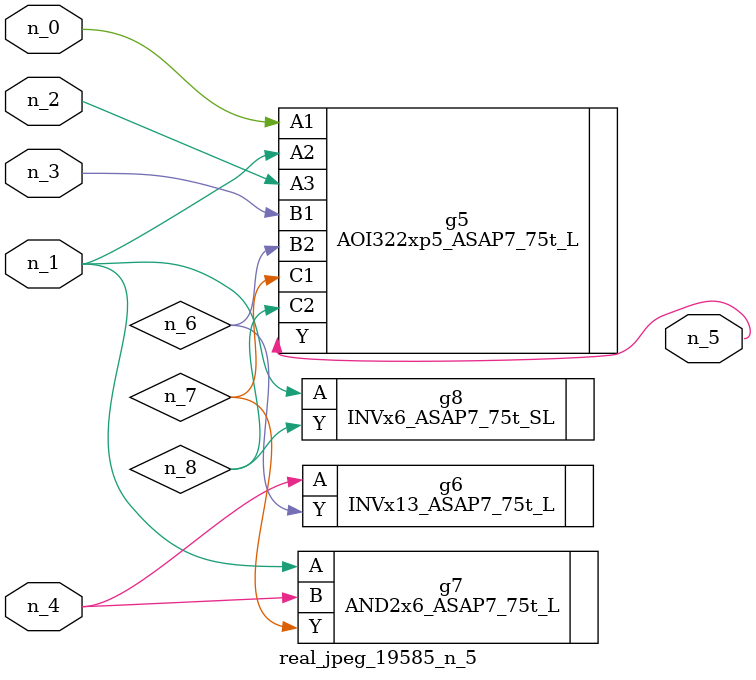
<source format=v>
module real_jpeg_19585_n_5 (n_4, n_0, n_1, n_2, n_3, n_5);

input n_4;
input n_0;
input n_1;
input n_2;
input n_3;

output n_5;

wire n_8;
wire n_6;
wire n_7;

AOI322xp5_ASAP7_75t_L g5 ( 
.A1(n_0),
.A2(n_1),
.A3(n_2),
.B1(n_3),
.B2(n_6),
.C1(n_7),
.C2(n_8),
.Y(n_5)
);

AND2x6_ASAP7_75t_L g7 ( 
.A(n_1),
.B(n_4),
.Y(n_7)
);

INVx6_ASAP7_75t_SL g8 ( 
.A(n_1),
.Y(n_8)
);

INVx13_ASAP7_75t_L g6 ( 
.A(n_4),
.Y(n_6)
);


endmodule
</source>
